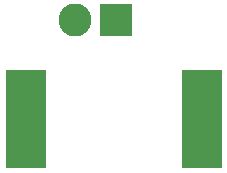
<source format=gbs>
G04 #@! TF.FileFunction,Soldermask,Bot*
%FSLAX46Y46*%
G04 Gerber Fmt 4.6, Leading zero omitted, Abs format (unit mm)*
G04 Created by KiCad (PCBNEW 4.0.3-stable) date Sun Sep 11 01:23:42 2016*
%MOMM*%
%LPD*%
G01*
G04 APERTURE LIST*
%ADD10C,0.100000*%
%ADD11C,2.800000*%
%ADD12R,2.800000X2.800000*%
%ADD13R,3.400000X8.400000*%
G04 APERTURE END LIST*
D10*
D11*
X131700000Y-96900000D03*
D12*
X135200000Y-96900000D03*
D13*
X127550000Y-105300000D03*
X142500000Y-105300000D03*
M02*

</source>
